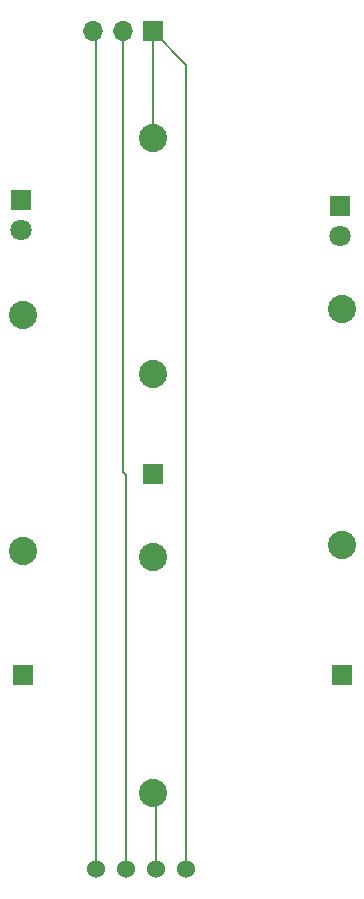
<source format=gtl>
%TF.GenerationSoftware,KiCad,Pcbnew,8.0.4*%
%TF.CreationDate,2024-11-11T12:12:06-05:00*%
%TF.ProjectId,HC-SR04sensor,48432d53-5230-4347-9365-6e736f722e6b,rev?*%
%TF.SameCoordinates,Original*%
%TF.FileFunction,Copper,L1,Top*%
%TF.FilePolarity,Positive*%
%FSLAX46Y46*%
G04 Gerber Fmt 4.6, Leading zero omitted, Abs format (unit mm)*
G04 Created by KiCad (PCBNEW 8.0.4) date 2024-11-11 12:12:06*
%MOMM*%
%LPD*%
G01*
G04 APERTURE LIST*
%TA.AperFunction,ComponentPad*%
%ADD10C,2.390000*%
%TD*%
%TA.AperFunction,ComponentPad*%
%ADD11R,1.700000X1.700000*%
%TD*%
%TA.AperFunction,ComponentPad*%
%ADD12R,1.800000X1.800000*%
%TD*%
%TA.AperFunction,ComponentPad*%
%ADD13C,1.800000*%
%TD*%
%TA.AperFunction,ComponentPad*%
%ADD14O,1.700000X1.700000*%
%TD*%
%TA.AperFunction,ComponentPad*%
%ADD15C,1.530000*%
%TD*%
%TA.AperFunction,Conductor*%
%ADD16C,0.200000*%
%TD*%
G04 APERTURE END LIST*
D10*
%TO.P,R3,1*%
%TO.N,Net-(J4-Pin_1)*%
X140500000Y-111000000D03*
%TO.P,R3,2*%
%TO.N,Net-(D2-A)*%
X140500000Y-91000000D03*
%TD*%
%TO.P,R2,1*%
%TO.N,Net-(J3-Pin_1)*%
X113500000Y-111500000D03*
%TO.P,R2,2*%
%TO.N,Net-(D1-A)*%
X113500000Y-91500000D03*
%TD*%
D11*
%TO.P,J4,1,Pin_1*%
%TO.N,Net-(J4-Pin_1)*%
X140500000Y-122000000D03*
%TD*%
%TO.P,J3,1,Pin_1*%
%TO.N,Net-(J3-Pin_1)*%
X113500000Y-122000000D03*
%TD*%
D12*
%TO.P,D1,1,K*%
%TO.N,Net-(D1-K)*%
X113375000Y-81750000D03*
D13*
%TO.P,D1,2,A*%
%TO.N,Net-(D1-A)*%
X113375000Y-84290000D03*
%TD*%
D11*
%TO.P,J1,1,Pin_1*%
%TO.N,Net-(J1-Pin_1)*%
X124500000Y-105000000D03*
%TD*%
D10*
%TO.P,R1,1*%
%TO.N,Net-(U1-ECHO)*%
X124500000Y-132000000D03*
%TO.P,R1,2*%
%TO.N,Net-(J1-Pin_1)*%
X124500000Y-112000000D03*
%TD*%
D11*
%TO.P,J2,1,Pin_1*%
%TO.N,Net-(D1-K)*%
X124500000Y-67500000D03*
D14*
%TO.P,J2,2,Pin_2*%
%TO.N,Net-(J2-Pin_2)*%
X121960000Y-67500000D03*
%TO.P,J2,3,Pin_3*%
%TO.N,Net-(J2-Pin_3)*%
X119420000Y-67500000D03*
%TD*%
D15*
%TO.P,U1,1,VCC*%
%TO.N,Net-(J2-Pin_3)*%
X119690000Y-138375000D03*
%TO.P,U1,2,TRIG*%
%TO.N,Net-(J2-Pin_2)*%
X122230000Y-138375000D03*
%TO.P,U1,3,ECHO*%
%TO.N,Net-(U1-ECHO)*%
X124770000Y-138375000D03*
%TO.P,U1,4,GND*%
%TO.N,Net-(D1-K)*%
X127310000Y-138375000D03*
%TD*%
D10*
%TO.P,R5,1*%
%TO.N,Net-(J1-Pin_1)*%
X124500000Y-96500000D03*
%TO.P,R5,2*%
%TO.N,Net-(D1-K)*%
X124500000Y-76500000D03*
%TD*%
D12*
%TO.P,D2,1,K*%
%TO.N,Net-(D1-K)*%
X140375000Y-82250000D03*
D13*
%TO.P,D2,2,A*%
%TO.N,Net-(D2-A)*%
X140375000Y-84790000D03*
%TD*%
D16*
%TO.N,Net-(U1-ECHO)*%
X124500000Y-132000000D02*
X124500000Y-132500000D01*
X124770000Y-132770000D02*
X124770000Y-138375000D01*
X124500000Y-132500000D02*
X124770000Y-132770000D01*
%TO.N,Net-(J2-Pin_3)*%
X119690000Y-138375000D02*
X119690000Y-67770000D01*
X119690000Y-67770000D02*
X119420000Y-67500000D01*
%TO.N,Net-(J2-Pin_2)*%
X122230000Y-105030000D02*
X122230000Y-138375000D01*
X121960000Y-104760000D02*
X122230000Y-105030000D01*
X121960000Y-67500000D02*
X121960000Y-104760000D01*
%TO.N,Net-(D1-K)*%
X124500000Y-67500000D02*
X124500000Y-76500000D01*
X127310000Y-70310000D02*
X124500000Y-67500000D01*
X127310000Y-138375000D02*
X127310000Y-70310000D01*
%TD*%
M02*

</source>
